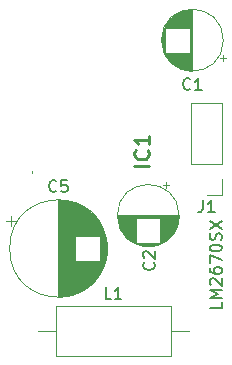
<source format=gbr>
%TF.GenerationSoftware,KiCad,Pcbnew,7.0.1*%
%TF.CreationDate,2023-05-04T15:38:18-07:00*%
%TF.ProjectId,LM2670SX-Carrier,4c4d3236-3730-4535-982d-436172726965,rev?*%
%TF.SameCoordinates,Original*%
%TF.FileFunction,Legend,Top*%
%TF.FilePolarity,Positive*%
%FSLAX46Y46*%
G04 Gerber Fmt 4.6, Leading zero omitted, Abs format (unit mm)*
G04 Created by KiCad (PCBNEW 7.0.1) date 2023-05-04 15:38:18*
%MOMM*%
%LPD*%
G01*
G04 APERTURE LIST*
%ADD10C,0.150000*%
%ADD11C,0.254000*%
%ADD12C,0.120000*%
%ADD13C,0.100000*%
G04 APERTURE END LIST*
D10*
X190003930Y-111860655D02*
X190003930Y-112336845D01*
X190003930Y-112336845D02*
X189003930Y-112336845D01*
X190003930Y-111527321D02*
X189003930Y-111527321D01*
X189003930Y-111527321D02*
X189718215Y-111193988D01*
X189718215Y-111193988D02*
X189003930Y-110860655D01*
X189003930Y-110860655D02*
X190003930Y-110860655D01*
X189099168Y-110432083D02*
X189051549Y-110384464D01*
X189051549Y-110384464D02*
X189003930Y-110289226D01*
X189003930Y-110289226D02*
X189003930Y-110051131D01*
X189003930Y-110051131D02*
X189051549Y-109955893D01*
X189051549Y-109955893D02*
X189099168Y-109908274D01*
X189099168Y-109908274D02*
X189194406Y-109860655D01*
X189194406Y-109860655D02*
X189289644Y-109860655D01*
X189289644Y-109860655D02*
X189432501Y-109908274D01*
X189432501Y-109908274D02*
X190003930Y-110479702D01*
X190003930Y-110479702D02*
X190003930Y-109860655D01*
X189003930Y-109003512D02*
X189003930Y-109193988D01*
X189003930Y-109193988D02*
X189051549Y-109289226D01*
X189051549Y-109289226D02*
X189099168Y-109336845D01*
X189099168Y-109336845D02*
X189242025Y-109432083D01*
X189242025Y-109432083D02*
X189432501Y-109479702D01*
X189432501Y-109479702D02*
X189813453Y-109479702D01*
X189813453Y-109479702D02*
X189908691Y-109432083D01*
X189908691Y-109432083D02*
X189956311Y-109384464D01*
X189956311Y-109384464D02*
X190003930Y-109289226D01*
X190003930Y-109289226D02*
X190003930Y-109098750D01*
X190003930Y-109098750D02*
X189956311Y-109003512D01*
X189956311Y-109003512D02*
X189908691Y-108955893D01*
X189908691Y-108955893D02*
X189813453Y-108908274D01*
X189813453Y-108908274D02*
X189575358Y-108908274D01*
X189575358Y-108908274D02*
X189480120Y-108955893D01*
X189480120Y-108955893D02*
X189432501Y-109003512D01*
X189432501Y-109003512D02*
X189384882Y-109098750D01*
X189384882Y-109098750D02*
X189384882Y-109289226D01*
X189384882Y-109289226D02*
X189432501Y-109384464D01*
X189432501Y-109384464D02*
X189480120Y-109432083D01*
X189480120Y-109432083D02*
X189575358Y-109479702D01*
X189003930Y-108574940D02*
X189003930Y-107908274D01*
X189003930Y-107908274D02*
X190003930Y-108336845D01*
X189003930Y-107336845D02*
X189003930Y-107241607D01*
X189003930Y-107241607D02*
X189051549Y-107146369D01*
X189051549Y-107146369D02*
X189099168Y-107098750D01*
X189099168Y-107098750D02*
X189194406Y-107051131D01*
X189194406Y-107051131D02*
X189384882Y-107003512D01*
X189384882Y-107003512D02*
X189622977Y-107003512D01*
X189622977Y-107003512D02*
X189813453Y-107051131D01*
X189813453Y-107051131D02*
X189908691Y-107098750D01*
X189908691Y-107098750D02*
X189956311Y-107146369D01*
X189956311Y-107146369D02*
X190003930Y-107241607D01*
X190003930Y-107241607D02*
X190003930Y-107336845D01*
X190003930Y-107336845D02*
X189956311Y-107432083D01*
X189956311Y-107432083D02*
X189908691Y-107479702D01*
X189908691Y-107479702D02*
X189813453Y-107527321D01*
X189813453Y-107527321D02*
X189622977Y-107574940D01*
X189622977Y-107574940D02*
X189384882Y-107574940D01*
X189384882Y-107574940D02*
X189194406Y-107527321D01*
X189194406Y-107527321D02*
X189099168Y-107479702D01*
X189099168Y-107479702D02*
X189051549Y-107432083D01*
X189051549Y-107432083D02*
X189003930Y-107336845D01*
X189956311Y-106622559D02*
X190003930Y-106479702D01*
X190003930Y-106479702D02*
X190003930Y-106241607D01*
X190003930Y-106241607D02*
X189956311Y-106146369D01*
X189956311Y-106146369D02*
X189908691Y-106098750D01*
X189908691Y-106098750D02*
X189813453Y-106051131D01*
X189813453Y-106051131D02*
X189718215Y-106051131D01*
X189718215Y-106051131D02*
X189622977Y-106098750D01*
X189622977Y-106098750D02*
X189575358Y-106146369D01*
X189575358Y-106146369D02*
X189527739Y-106241607D01*
X189527739Y-106241607D02*
X189480120Y-106432083D01*
X189480120Y-106432083D02*
X189432501Y-106527321D01*
X189432501Y-106527321D02*
X189384882Y-106574940D01*
X189384882Y-106574940D02*
X189289644Y-106622559D01*
X189289644Y-106622559D02*
X189194406Y-106622559D01*
X189194406Y-106622559D02*
X189099168Y-106574940D01*
X189099168Y-106574940D02*
X189051549Y-106527321D01*
X189051549Y-106527321D02*
X189003930Y-106432083D01*
X189003930Y-106432083D02*
X189003930Y-106193988D01*
X189003930Y-106193988D02*
X189051549Y-106051131D01*
X189003930Y-105717797D02*
X190003930Y-105051131D01*
X189003930Y-105051131D02*
X190003930Y-105717797D01*
%TO.C,J1*%
X188414366Y-103262819D02*
X188414366Y-103977104D01*
X188414366Y-103977104D02*
X188366747Y-104119961D01*
X188366747Y-104119961D02*
X188271509Y-104215200D01*
X188271509Y-104215200D02*
X188128652Y-104262819D01*
X188128652Y-104262819D02*
X188033414Y-104262819D01*
X189414366Y-104262819D02*
X188842938Y-104262819D01*
X189128652Y-104262819D02*
X189128652Y-103262819D01*
X189128652Y-103262819D02*
X189033414Y-103405676D01*
X189033414Y-103405676D02*
X188938176Y-103500914D01*
X188938176Y-103500914D02*
X188842938Y-103548533D01*
%TO.C,C2*%
X184263793Y-108522764D02*
X184311413Y-108570383D01*
X184311413Y-108570383D02*
X184359032Y-108713240D01*
X184359032Y-108713240D02*
X184359032Y-108808478D01*
X184359032Y-108808478D02*
X184311413Y-108951335D01*
X184311413Y-108951335D02*
X184216174Y-109046573D01*
X184216174Y-109046573D02*
X184120936Y-109094192D01*
X184120936Y-109094192D02*
X183930460Y-109141811D01*
X183930460Y-109141811D02*
X183787603Y-109141811D01*
X183787603Y-109141811D02*
X183597127Y-109094192D01*
X183597127Y-109094192D02*
X183501889Y-109046573D01*
X183501889Y-109046573D02*
X183406651Y-108951335D01*
X183406651Y-108951335D02*
X183359032Y-108808478D01*
X183359032Y-108808478D02*
X183359032Y-108713240D01*
X183359032Y-108713240D02*
X183406651Y-108570383D01*
X183406651Y-108570383D02*
X183454270Y-108522764D01*
X183454270Y-108141811D02*
X183406651Y-108094192D01*
X183406651Y-108094192D02*
X183359032Y-107998954D01*
X183359032Y-107998954D02*
X183359032Y-107760859D01*
X183359032Y-107760859D02*
X183406651Y-107665621D01*
X183406651Y-107665621D02*
X183454270Y-107618002D01*
X183454270Y-107618002D02*
X183549508Y-107570383D01*
X183549508Y-107570383D02*
X183644746Y-107570383D01*
X183644746Y-107570383D02*
X183787603Y-107618002D01*
X183787603Y-107618002D02*
X184359032Y-108189430D01*
X184359032Y-108189430D02*
X184359032Y-107570383D01*
%TO.C,C1*%
X187372278Y-93823064D02*
X187324659Y-93870684D01*
X187324659Y-93870684D02*
X187181802Y-93918303D01*
X187181802Y-93918303D02*
X187086564Y-93918303D01*
X187086564Y-93918303D02*
X186943707Y-93870684D01*
X186943707Y-93870684D02*
X186848469Y-93775445D01*
X186848469Y-93775445D02*
X186800850Y-93680207D01*
X186800850Y-93680207D02*
X186753231Y-93489731D01*
X186753231Y-93489731D02*
X186753231Y-93346874D01*
X186753231Y-93346874D02*
X186800850Y-93156398D01*
X186800850Y-93156398D02*
X186848469Y-93061160D01*
X186848469Y-93061160D02*
X186943707Y-92965922D01*
X186943707Y-92965922D02*
X187086564Y-92918303D01*
X187086564Y-92918303D02*
X187181802Y-92918303D01*
X187181802Y-92918303D02*
X187324659Y-92965922D01*
X187324659Y-92965922D02*
X187372278Y-93013541D01*
X188324659Y-93918303D02*
X187753231Y-93918303D01*
X188038945Y-93918303D02*
X188038945Y-92918303D01*
X188038945Y-92918303D02*
X187943707Y-93061160D01*
X187943707Y-93061160D02*
X187848469Y-93156398D01*
X187848469Y-93156398D02*
X187753231Y-93204017D01*
%TO.C,C5*%
X176020970Y-102453549D02*
X175973351Y-102501169D01*
X175973351Y-102501169D02*
X175830494Y-102548788D01*
X175830494Y-102548788D02*
X175735256Y-102548788D01*
X175735256Y-102548788D02*
X175592399Y-102501169D01*
X175592399Y-102501169D02*
X175497161Y-102405930D01*
X175497161Y-102405930D02*
X175449542Y-102310692D01*
X175449542Y-102310692D02*
X175401923Y-102120216D01*
X175401923Y-102120216D02*
X175401923Y-101977359D01*
X175401923Y-101977359D02*
X175449542Y-101786883D01*
X175449542Y-101786883D02*
X175497161Y-101691645D01*
X175497161Y-101691645D02*
X175592399Y-101596407D01*
X175592399Y-101596407D02*
X175735256Y-101548788D01*
X175735256Y-101548788D02*
X175830494Y-101548788D01*
X175830494Y-101548788D02*
X175973351Y-101596407D01*
X175973351Y-101596407D02*
X176020970Y-101644026D01*
X176925732Y-101548788D02*
X176449542Y-101548788D01*
X176449542Y-101548788D02*
X176401923Y-102024978D01*
X176401923Y-102024978D02*
X176449542Y-101977359D01*
X176449542Y-101977359D02*
X176544780Y-101929740D01*
X176544780Y-101929740D02*
X176782875Y-101929740D01*
X176782875Y-101929740D02*
X176878113Y-101977359D01*
X176878113Y-101977359D02*
X176925732Y-102024978D01*
X176925732Y-102024978D02*
X176973351Y-102120216D01*
X176973351Y-102120216D02*
X176973351Y-102358311D01*
X176973351Y-102358311D02*
X176925732Y-102453549D01*
X176925732Y-102453549D02*
X176878113Y-102501169D01*
X176878113Y-102501169D02*
X176782875Y-102548788D01*
X176782875Y-102548788D02*
X176544780Y-102548788D01*
X176544780Y-102548788D02*
X176449542Y-102501169D01*
X176449542Y-102501169D02*
X176401923Y-102453549D01*
%TO.C,L1*%
X180663267Y-111628195D02*
X180187077Y-111628195D01*
X180187077Y-111628195D02*
X180187077Y-110628195D01*
X181520410Y-111628195D02*
X180948982Y-111628195D01*
X181234696Y-111628195D02*
X181234696Y-110628195D01*
X181234696Y-110628195D02*
X181139458Y-110771052D01*
X181139458Y-110771052D02*
X181044220Y-110866290D01*
X181044220Y-110866290D02*
X180948982Y-110913909D01*
D11*
%TO.C,IC1*%
X183882329Y-100328745D02*
X182612329Y-100328745D01*
X183761376Y-98998268D02*
X183821853Y-99058744D01*
X183821853Y-99058744D02*
X183882329Y-99240173D01*
X183882329Y-99240173D02*
X183882329Y-99361125D01*
X183882329Y-99361125D02*
X183821853Y-99542554D01*
X183821853Y-99542554D02*
X183700900Y-99663506D01*
X183700900Y-99663506D02*
X183579948Y-99723983D01*
X183579948Y-99723983D02*
X183338043Y-99784459D01*
X183338043Y-99784459D02*
X183156614Y-99784459D01*
X183156614Y-99784459D02*
X182914710Y-99723983D01*
X182914710Y-99723983D02*
X182793757Y-99663506D01*
X182793757Y-99663506D02*
X182672805Y-99542554D01*
X182672805Y-99542554D02*
X182612329Y-99361125D01*
X182612329Y-99361125D02*
X182612329Y-99240173D01*
X182612329Y-99240173D02*
X182672805Y-99058744D01*
X182672805Y-99058744D02*
X182733281Y-98998268D01*
X183882329Y-97788744D02*
X183882329Y-98514459D01*
X183882329Y-98151602D02*
X182612329Y-98151602D01*
X182612329Y-98151602D02*
X182793757Y-98272554D01*
X182793757Y-98272554D02*
X182914710Y-98393506D01*
X182914710Y-98393506D02*
X182975186Y-98514459D01*
D12*
%TO.C,J1*%
X190077700Y-102800200D02*
X188747700Y-102800200D01*
X190077700Y-101470200D02*
X190077700Y-102800200D01*
X190077700Y-100200200D02*
X190077700Y-95060200D01*
X190077700Y-100200200D02*
X187417700Y-100200200D01*
X190077700Y-95060200D02*
X187417700Y-95060200D01*
X187417700Y-100200200D02*
X187417700Y-95060200D01*
%TO.C,C2*%
X185271514Y-101738280D02*
X185271514Y-102238280D01*
X185521514Y-101988280D02*
X185021514Y-101988280D01*
X186376514Y-104543055D02*
X181216514Y-104543055D01*
X186376514Y-104583055D02*
X181216514Y-104583055D01*
X186375514Y-104623055D02*
X181217514Y-104623055D01*
X186374514Y-104663055D02*
X181218514Y-104663055D01*
X186372514Y-104703055D02*
X181220514Y-104703055D01*
X186369514Y-104743055D02*
X181223514Y-104743055D01*
X186365514Y-104783055D02*
X184836514Y-104783055D01*
X182756514Y-104783055D02*
X181227514Y-104783055D01*
X186361514Y-104823055D02*
X184836514Y-104823055D01*
X182756514Y-104823055D02*
X181231514Y-104823055D01*
X186357514Y-104863055D02*
X184836514Y-104863055D01*
X182756514Y-104863055D02*
X181235514Y-104863055D01*
X186352514Y-104903055D02*
X184836514Y-104903055D01*
X182756514Y-104903055D02*
X181240514Y-104903055D01*
X186346514Y-104943055D02*
X184836514Y-104943055D01*
X182756514Y-104943055D02*
X181246514Y-104943055D01*
X186339514Y-104983055D02*
X184836514Y-104983055D01*
X182756514Y-104983055D02*
X181253514Y-104983055D01*
X186332514Y-105023055D02*
X184836514Y-105023055D01*
X182756514Y-105023055D02*
X181260514Y-105023055D01*
X186324514Y-105063055D02*
X184836514Y-105063055D01*
X182756514Y-105063055D02*
X181268514Y-105063055D01*
X186316514Y-105103055D02*
X184836514Y-105103055D01*
X182756514Y-105103055D02*
X181276514Y-105103055D01*
X186307514Y-105143055D02*
X184836514Y-105143055D01*
X182756514Y-105143055D02*
X181285514Y-105143055D01*
X186297514Y-105183055D02*
X184836514Y-105183055D01*
X182756514Y-105183055D02*
X181295514Y-105183055D01*
X186287514Y-105223055D02*
X184836514Y-105223055D01*
X182756514Y-105223055D02*
X181305514Y-105223055D01*
X186276514Y-105264055D02*
X184836514Y-105264055D01*
X182756514Y-105264055D02*
X181316514Y-105264055D01*
X186264514Y-105304055D02*
X184836514Y-105304055D01*
X182756514Y-105304055D02*
X181328514Y-105304055D01*
X186251514Y-105344055D02*
X184836514Y-105344055D01*
X182756514Y-105344055D02*
X181341514Y-105344055D01*
X186238514Y-105384055D02*
X184836514Y-105384055D01*
X182756514Y-105384055D02*
X181354514Y-105384055D01*
X186224514Y-105424055D02*
X184836514Y-105424055D01*
X182756514Y-105424055D02*
X181368514Y-105424055D01*
X186210514Y-105464055D02*
X184836514Y-105464055D01*
X182756514Y-105464055D02*
X181382514Y-105464055D01*
X186194514Y-105504055D02*
X184836514Y-105504055D01*
X182756514Y-105504055D02*
X181398514Y-105504055D01*
X186178514Y-105544055D02*
X184836514Y-105544055D01*
X182756514Y-105544055D02*
X181414514Y-105544055D01*
X186161514Y-105584055D02*
X184836514Y-105584055D01*
X182756514Y-105584055D02*
X181431514Y-105584055D01*
X186144514Y-105624055D02*
X184836514Y-105624055D01*
X182756514Y-105624055D02*
X181448514Y-105624055D01*
X186125514Y-105664055D02*
X184836514Y-105664055D01*
X182756514Y-105664055D02*
X181467514Y-105664055D01*
X186106514Y-105704055D02*
X184836514Y-105704055D01*
X182756514Y-105704055D02*
X181486514Y-105704055D01*
X186086514Y-105744055D02*
X184836514Y-105744055D01*
X182756514Y-105744055D02*
X181506514Y-105744055D01*
X186064514Y-105784055D02*
X184836514Y-105784055D01*
X182756514Y-105784055D02*
X181528514Y-105784055D01*
X186043514Y-105824055D02*
X184836514Y-105824055D01*
X182756514Y-105824055D02*
X181549514Y-105824055D01*
X186020514Y-105864055D02*
X184836514Y-105864055D01*
X182756514Y-105864055D02*
X181572514Y-105864055D01*
X185996514Y-105904055D02*
X184836514Y-105904055D01*
X182756514Y-105904055D02*
X181596514Y-105904055D01*
X185971514Y-105944055D02*
X184836514Y-105944055D01*
X182756514Y-105944055D02*
X181621514Y-105944055D01*
X185945514Y-105984055D02*
X184836514Y-105984055D01*
X182756514Y-105984055D02*
X181647514Y-105984055D01*
X185918514Y-106024055D02*
X184836514Y-106024055D01*
X182756514Y-106024055D02*
X181674514Y-106024055D01*
X185891514Y-106064055D02*
X184836514Y-106064055D01*
X182756514Y-106064055D02*
X181701514Y-106064055D01*
X185861514Y-106104055D02*
X184836514Y-106104055D01*
X182756514Y-106104055D02*
X181731514Y-106104055D01*
X185831514Y-106144055D02*
X184836514Y-106144055D01*
X182756514Y-106144055D02*
X181761514Y-106144055D01*
X185800514Y-106184055D02*
X184836514Y-106184055D01*
X182756514Y-106184055D02*
X181792514Y-106184055D01*
X185767514Y-106224055D02*
X184836514Y-106224055D01*
X182756514Y-106224055D02*
X181825514Y-106224055D01*
X185733514Y-106264055D02*
X184836514Y-106264055D01*
X182756514Y-106264055D02*
X181859514Y-106264055D01*
X185697514Y-106304055D02*
X184836514Y-106304055D01*
X182756514Y-106304055D02*
X181895514Y-106304055D01*
X185660514Y-106344055D02*
X184836514Y-106344055D01*
X182756514Y-106344055D02*
X181932514Y-106344055D01*
X185622514Y-106384055D02*
X184836514Y-106384055D01*
X182756514Y-106384055D02*
X181970514Y-106384055D01*
X185581514Y-106424055D02*
X184836514Y-106424055D01*
X182756514Y-106424055D02*
X182011514Y-106424055D01*
X185539514Y-106464055D02*
X184836514Y-106464055D01*
X182756514Y-106464055D02*
X182053514Y-106464055D01*
X185495514Y-106504055D02*
X184836514Y-106504055D01*
X182756514Y-106504055D02*
X182097514Y-106504055D01*
X185449514Y-106544055D02*
X184836514Y-106544055D01*
X182756514Y-106544055D02*
X182143514Y-106544055D01*
X185401514Y-106584055D02*
X184836514Y-106584055D01*
X182756514Y-106584055D02*
X182191514Y-106584055D01*
X185350514Y-106624055D02*
X184836514Y-106624055D01*
X182756514Y-106624055D02*
X182242514Y-106624055D01*
X185296514Y-106664055D02*
X184836514Y-106664055D01*
X182756514Y-106664055D02*
X182296514Y-106664055D01*
X185239514Y-106704055D02*
X184836514Y-106704055D01*
X182756514Y-106704055D02*
X182353514Y-106704055D01*
X185179514Y-106744055D02*
X184836514Y-106744055D01*
X182756514Y-106744055D02*
X182413514Y-106744055D01*
X185115514Y-106784055D02*
X184836514Y-106784055D01*
X182756514Y-106784055D02*
X182477514Y-106784055D01*
X185047514Y-106824055D02*
X184836514Y-106824055D01*
X182756514Y-106824055D02*
X182545514Y-106824055D01*
X184974514Y-106864055D02*
X182618514Y-106864055D01*
X184894514Y-106904055D02*
X182698514Y-106904055D01*
X184807514Y-106944055D02*
X182785514Y-106944055D01*
X184711514Y-106984055D02*
X182881514Y-106984055D01*
X184601514Y-107024055D02*
X182991514Y-107024055D01*
X184473514Y-107064055D02*
X183119514Y-107064055D01*
X184314514Y-107104055D02*
X183278514Y-107104055D01*
X184080514Y-107144055D02*
X183512514Y-107144055D01*
X186416514Y-104543055D02*
G75*
G03*
X186416514Y-104543055I-2620000J0D01*
G01*
%TO.C,C1*%
X190343720Y-91180684D02*
X189843720Y-91180684D01*
X190093720Y-91430684D02*
X190093720Y-90930684D01*
X187538945Y-92285684D02*
X187538945Y-87125684D01*
X187498945Y-92285684D02*
X187498945Y-87125684D01*
X187458945Y-92284684D02*
X187458945Y-87126684D01*
X187418945Y-92283684D02*
X187418945Y-87127684D01*
X187378945Y-92281684D02*
X187378945Y-87129684D01*
X187338945Y-92278684D02*
X187338945Y-87132684D01*
X187298945Y-92274684D02*
X187298945Y-90745684D01*
X187298945Y-88665684D02*
X187298945Y-87136684D01*
X187258945Y-92270684D02*
X187258945Y-90745684D01*
X187258945Y-88665684D02*
X187258945Y-87140684D01*
X187218945Y-92266684D02*
X187218945Y-90745684D01*
X187218945Y-88665684D02*
X187218945Y-87144684D01*
X187178945Y-92261684D02*
X187178945Y-90745684D01*
X187178945Y-88665684D02*
X187178945Y-87149684D01*
X187138945Y-92255684D02*
X187138945Y-90745684D01*
X187138945Y-88665684D02*
X187138945Y-87155684D01*
X187098945Y-92248684D02*
X187098945Y-90745684D01*
X187098945Y-88665684D02*
X187098945Y-87162684D01*
X187058945Y-92241684D02*
X187058945Y-90745684D01*
X187058945Y-88665684D02*
X187058945Y-87169684D01*
X187018945Y-92233684D02*
X187018945Y-90745684D01*
X187018945Y-88665684D02*
X187018945Y-87177684D01*
X186978945Y-92225684D02*
X186978945Y-90745684D01*
X186978945Y-88665684D02*
X186978945Y-87185684D01*
X186938945Y-92216684D02*
X186938945Y-90745684D01*
X186938945Y-88665684D02*
X186938945Y-87194684D01*
X186898945Y-92206684D02*
X186898945Y-90745684D01*
X186898945Y-88665684D02*
X186898945Y-87204684D01*
X186858945Y-92196684D02*
X186858945Y-90745684D01*
X186858945Y-88665684D02*
X186858945Y-87214684D01*
X186817945Y-92185684D02*
X186817945Y-90745684D01*
X186817945Y-88665684D02*
X186817945Y-87225684D01*
X186777945Y-92173684D02*
X186777945Y-90745684D01*
X186777945Y-88665684D02*
X186777945Y-87237684D01*
X186737945Y-92160684D02*
X186737945Y-90745684D01*
X186737945Y-88665684D02*
X186737945Y-87250684D01*
X186697945Y-92147684D02*
X186697945Y-90745684D01*
X186697945Y-88665684D02*
X186697945Y-87263684D01*
X186657945Y-92133684D02*
X186657945Y-90745684D01*
X186657945Y-88665684D02*
X186657945Y-87277684D01*
X186617945Y-92119684D02*
X186617945Y-90745684D01*
X186617945Y-88665684D02*
X186617945Y-87291684D01*
X186577945Y-92103684D02*
X186577945Y-90745684D01*
X186577945Y-88665684D02*
X186577945Y-87307684D01*
X186537945Y-92087684D02*
X186537945Y-90745684D01*
X186537945Y-88665684D02*
X186537945Y-87323684D01*
X186497945Y-92070684D02*
X186497945Y-90745684D01*
X186497945Y-88665684D02*
X186497945Y-87340684D01*
X186457945Y-92053684D02*
X186457945Y-90745684D01*
X186457945Y-88665684D02*
X186457945Y-87357684D01*
X186417945Y-92034684D02*
X186417945Y-90745684D01*
X186417945Y-88665684D02*
X186417945Y-87376684D01*
X186377945Y-92015684D02*
X186377945Y-90745684D01*
X186377945Y-88665684D02*
X186377945Y-87395684D01*
X186337945Y-91995684D02*
X186337945Y-90745684D01*
X186337945Y-88665684D02*
X186337945Y-87415684D01*
X186297945Y-91973684D02*
X186297945Y-90745684D01*
X186297945Y-88665684D02*
X186297945Y-87437684D01*
X186257945Y-91952684D02*
X186257945Y-90745684D01*
X186257945Y-88665684D02*
X186257945Y-87458684D01*
X186217945Y-91929684D02*
X186217945Y-90745684D01*
X186217945Y-88665684D02*
X186217945Y-87481684D01*
X186177945Y-91905684D02*
X186177945Y-90745684D01*
X186177945Y-88665684D02*
X186177945Y-87505684D01*
X186137945Y-91880684D02*
X186137945Y-90745684D01*
X186137945Y-88665684D02*
X186137945Y-87530684D01*
X186097945Y-91854684D02*
X186097945Y-90745684D01*
X186097945Y-88665684D02*
X186097945Y-87556684D01*
X186057945Y-91827684D02*
X186057945Y-90745684D01*
X186057945Y-88665684D02*
X186057945Y-87583684D01*
X186017945Y-91800684D02*
X186017945Y-90745684D01*
X186017945Y-88665684D02*
X186017945Y-87610684D01*
X185977945Y-91770684D02*
X185977945Y-90745684D01*
X185977945Y-88665684D02*
X185977945Y-87640684D01*
X185937945Y-91740684D02*
X185937945Y-90745684D01*
X185937945Y-88665684D02*
X185937945Y-87670684D01*
X185897945Y-91709684D02*
X185897945Y-90745684D01*
X185897945Y-88665684D02*
X185897945Y-87701684D01*
X185857945Y-91676684D02*
X185857945Y-90745684D01*
X185857945Y-88665684D02*
X185857945Y-87734684D01*
X185817945Y-91642684D02*
X185817945Y-90745684D01*
X185817945Y-88665684D02*
X185817945Y-87768684D01*
X185777945Y-91606684D02*
X185777945Y-90745684D01*
X185777945Y-88665684D02*
X185777945Y-87804684D01*
X185737945Y-91569684D02*
X185737945Y-90745684D01*
X185737945Y-88665684D02*
X185737945Y-87841684D01*
X185697945Y-91531684D02*
X185697945Y-90745684D01*
X185697945Y-88665684D02*
X185697945Y-87879684D01*
X185657945Y-91490684D02*
X185657945Y-90745684D01*
X185657945Y-88665684D02*
X185657945Y-87920684D01*
X185617945Y-91448684D02*
X185617945Y-90745684D01*
X185617945Y-88665684D02*
X185617945Y-87962684D01*
X185577945Y-91404684D02*
X185577945Y-90745684D01*
X185577945Y-88665684D02*
X185577945Y-88006684D01*
X185537945Y-91358684D02*
X185537945Y-90745684D01*
X185537945Y-88665684D02*
X185537945Y-88052684D01*
X185497945Y-91310684D02*
X185497945Y-90745684D01*
X185497945Y-88665684D02*
X185497945Y-88100684D01*
X185457945Y-91259684D02*
X185457945Y-90745684D01*
X185457945Y-88665684D02*
X185457945Y-88151684D01*
X185417945Y-91205684D02*
X185417945Y-90745684D01*
X185417945Y-88665684D02*
X185417945Y-88205684D01*
X185377945Y-91148684D02*
X185377945Y-90745684D01*
X185377945Y-88665684D02*
X185377945Y-88262684D01*
X185337945Y-91088684D02*
X185337945Y-90745684D01*
X185337945Y-88665684D02*
X185337945Y-88322684D01*
X185297945Y-91024684D02*
X185297945Y-90745684D01*
X185297945Y-88665684D02*
X185297945Y-88386684D01*
X185257945Y-90956684D02*
X185257945Y-90745684D01*
X185257945Y-88665684D02*
X185257945Y-88454684D01*
X185217945Y-90883684D02*
X185217945Y-88527684D01*
X185177945Y-90803684D02*
X185177945Y-88607684D01*
X185137945Y-90716684D02*
X185137945Y-88694684D01*
X185097945Y-90620684D02*
X185097945Y-88790684D01*
X185057945Y-90510684D02*
X185057945Y-88900684D01*
X185017945Y-90382684D02*
X185017945Y-89028684D01*
X184977945Y-90223684D02*
X184977945Y-89187684D01*
X184937945Y-89989684D02*
X184937945Y-89421684D01*
X190158945Y-89705684D02*
G75*
G03*
X190158945Y-89705684I-2620000J0D01*
G01*
%TO.C,C5*%
X171777939Y-105021169D02*
X172577939Y-105021169D01*
X172177939Y-104621169D02*
X172177939Y-105421169D01*
X176187637Y-103256169D02*
X176187637Y-111416169D01*
X176227637Y-103256169D02*
X176227637Y-111416169D01*
X176267637Y-103256169D02*
X176267637Y-111416169D01*
X176307637Y-103257169D02*
X176307637Y-111415169D01*
X176347637Y-103259169D02*
X176347637Y-111413169D01*
X176387637Y-103260169D02*
X176387637Y-111412169D01*
X176427637Y-103262169D02*
X176427637Y-111410169D01*
X176467637Y-103265169D02*
X176467637Y-111407169D01*
X176507637Y-103268169D02*
X176507637Y-111404169D01*
X176547637Y-103271169D02*
X176547637Y-111401169D01*
X176587637Y-103275169D02*
X176587637Y-111397169D01*
X176627637Y-103279169D02*
X176627637Y-111393169D01*
X176667637Y-103284169D02*
X176667637Y-111388169D01*
X176707637Y-103288169D02*
X176707637Y-111384169D01*
X176747637Y-103294169D02*
X176747637Y-111378169D01*
X176787637Y-103299169D02*
X176787637Y-111373169D01*
X176827637Y-103306169D02*
X176827637Y-111366169D01*
X176867637Y-103312169D02*
X176867637Y-111360169D01*
X176908637Y-103319169D02*
X176908637Y-111353169D01*
X176948637Y-103326169D02*
X176948637Y-111346169D01*
X176988637Y-103334169D02*
X176988637Y-111338169D01*
X177028637Y-103342169D02*
X177028637Y-111330169D01*
X177068637Y-103351169D02*
X177068637Y-111321169D01*
X177108637Y-103360169D02*
X177108637Y-111312169D01*
X177148637Y-103369169D02*
X177148637Y-111303169D01*
X177188637Y-103379169D02*
X177188637Y-111293169D01*
X177228637Y-103389169D02*
X177228637Y-111283169D01*
X177268637Y-103400169D02*
X177268637Y-111272169D01*
X177308637Y-103411169D02*
X177308637Y-111261169D01*
X177348637Y-103422169D02*
X177348637Y-111250169D01*
X177388637Y-103434169D02*
X177388637Y-111238169D01*
X177428637Y-103447169D02*
X177428637Y-111225169D01*
X177468637Y-103459169D02*
X177468637Y-111213169D01*
X177508637Y-103473169D02*
X177508637Y-111199169D01*
X177548637Y-103486169D02*
X177548637Y-111186169D01*
X177588637Y-103501169D02*
X177588637Y-111171169D01*
X177628637Y-103515169D02*
X177628637Y-111157169D01*
X177668637Y-103531169D02*
X177668637Y-106296169D01*
X177668637Y-108376169D02*
X177668637Y-111141169D01*
X177708637Y-103546169D02*
X177708637Y-106296169D01*
X177708637Y-108376169D02*
X177708637Y-111126169D01*
X177748637Y-103562169D02*
X177748637Y-106296169D01*
X177748637Y-108376169D02*
X177748637Y-111110169D01*
X177788637Y-103579169D02*
X177788637Y-106296169D01*
X177788637Y-108376169D02*
X177788637Y-111093169D01*
X177828637Y-103596169D02*
X177828637Y-106296169D01*
X177828637Y-108376169D02*
X177828637Y-111076169D01*
X177868637Y-103614169D02*
X177868637Y-106296169D01*
X177868637Y-108376169D02*
X177868637Y-111058169D01*
X177908637Y-103632169D02*
X177908637Y-106296169D01*
X177908637Y-108376169D02*
X177908637Y-111040169D01*
X177948637Y-103650169D02*
X177948637Y-106296169D01*
X177948637Y-108376169D02*
X177948637Y-111022169D01*
X177988637Y-103670169D02*
X177988637Y-106296169D01*
X177988637Y-108376169D02*
X177988637Y-111002169D01*
X178028637Y-103689169D02*
X178028637Y-106296169D01*
X178028637Y-108376169D02*
X178028637Y-110983169D01*
X178068637Y-103709169D02*
X178068637Y-106296169D01*
X178068637Y-108376169D02*
X178068637Y-110963169D01*
X178108637Y-103730169D02*
X178108637Y-106296169D01*
X178108637Y-108376169D02*
X178108637Y-110942169D01*
X178148637Y-103752169D02*
X178148637Y-106296169D01*
X178148637Y-108376169D02*
X178148637Y-110920169D01*
X178188637Y-103774169D02*
X178188637Y-106296169D01*
X178188637Y-108376169D02*
X178188637Y-110898169D01*
X178228637Y-103796169D02*
X178228637Y-106296169D01*
X178228637Y-108376169D02*
X178228637Y-110876169D01*
X178268637Y-103819169D02*
X178268637Y-106296169D01*
X178268637Y-108376169D02*
X178268637Y-110853169D01*
X178308637Y-103843169D02*
X178308637Y-106296169D01*
X178308637Y-108376169D02*
X178308637Y-110829169D01*
X178348637Y-103867169D02*
X178348637Y-106296169D01*
X178348637Y-108376169D02*
X178348637Y-110805169D01*
X178388637Y-103892169D02*
X178388637Y-106296169D01*
X178388637Y-108376169D02*
X178388637Y-110780169D01*
X178428637Y-103918169D02*
X178428637Y-106296169D01*
X178428637Y-108376169D02*
X178428637Y-110754169D01*
X178468637Y-103944169D02*
X178468637Y-106296169D01*
X178468637Y-108376169D02*
X178468637Y-110728169D01*
X178508637Y-103971169D02*
X178508637Y-106296169D01*
X178508637Y-108376169D02*
X178508637Y-110701169D01*
X178548637Y-103998169D02*
X178548637Y-106296169D01*
X178548637Y-108376169D02*
X178548637Y-110674169D01*
X178588637Y-104027169D02*
X178588637Y-106296169D01*
X178588637Y-108376169D02*
X178588637Y-110645169D01*
X178628637Y-104056169D02*
X178628637Y-106296169D01*
X178628637Y-108376169D02*
X178628637Y-110616169D01*
X178668637Y-104086169D02*
X178668637Y-106296169D01*
X178668637Y-108376169D02*
X178668637Y-110586169D01*
X178708637Y-104116169D02*
X178708637Y-106296169D01*
X178708637Y-108376169D02*
X178708637Y-110556169D01*
X178748637Y-104147169D02*
X178748637Y-106296169D01*
X178748637Y-108376169D02*
X178748637Y-110525169D01*
X178788637Y-104180169D02*
X178788637Y-106296169D01*
X178788637Y-108376169D02*
X178788637Y-110492169D01*
X178828637Y-104212169D02*
X178828637Y-106296169D01*
X178828637Y-108376169D02*
X178828637Y-110460169D01*
X178868637Y-104246169D02*
X178868637Y-106296169D01*
X178868637Y-108376169D02*
X178868637Y-110426169D01*
X178908637Y-104281169D02*
X178908637Y-106296169D01*
X178908637Y-108376169D02*
X178908637Y-110391169D01*
X178948637Y-104317169D02*
X178948637Y-106296169D01*
X178948637Y-108376169D02*
X178948637Y-110355169D01*
X178988637Y-104353169D02*
X178988637Y-106296169D01*
X178988637Y-108376169D02*
X178988637Y-110319169D01*
X179028637Y-104391169D02*
X179028637Y-106296169D01*
X179028637Y-108376169D02*
X179028637Y-110281169D01*
X179068637Y-104429169D02*
X179068637Y-106296169D01*
X179068637Y-108376169D02*
X179068637Y-110243169D01*
X179108637Y-104469169D02*
X179108637Y-106296169D01*
X179108637Y-108376169D02*
X179108637Y-110203169D01*
X179148637Y-104510169D02*
X179148637Y-106296169D01*
X179148637Y-108376169D02*
X179148637Y-110162169D01*
X179188637Y-104552169D02*
X179188637Y-106296169D01*
X179188637Y-108376169D02*
X179188637Y-110120169D01*
X179228637Y-104595169D02*
X179228637Y-106296169D01*
X179228637Y-108376169D02*
X179228637Y-110077169D01*
X179268637Y-104639169D02*
X179268637Y-106296169D01*
X179268637Y-108376169D02*
X179268637Y-110033169D01*
X179308637Y-104685169D02*
X179308637Y-106296169D01*
X179308637Y-108376169D02*
X179308637Y-109987169D01*
X179348637Y-104732169D02*
X179348637Y-106296169D01*
X179348637Y-108376169D02*
X179348637Y-109940169D01*
X179388637Y-104780169D02*
X179388637Y-106296169D01*
X179388637Y-108376169D02*
X179388637Y-109892169D01*
X179428637Y-104831169D02*
X179428637Y-106296169D01*
X179428637Y-108376169D02*
X179428637Y-109841169D01*
X179468637Y-104882169D02*
X179468637Y-106296169D01*
X179468637Y-108376169D02*
X179468637Y-109790169D01*
X179508637Y-104936169D02*
X179508637Y-106296169D01*
X179508637Y-108376169D02*
X179508637Y-109736169D01*
X179548637Y-104991169D02*
X179548637Y-106296169D01*
X179548637Y-108376169D02*
X179548637Y-109681169D01*
X179588637Y-105049169D02*
X179588637Y-106296169D01*
X179588637Y-108376169D02*
X179588637Y-109623169D01*
X179628637Y-105108169D02*
X179628637Y-106296169D01*
X179628637Y-108376169D02*
X179628637Y-109564169D01*
X179668637Y-105170169D02*
X179668637Y-106296169D01*
X179668637Y-108376169D02*
X179668637Y-109502169D01*
X179708637Y-105234169D02*
X179708637Y-106296169D01*
X179708637Y-108376169D02*
X179708637Y-109438169D01*
X179748637Y-105302169D02*
X179748637Y-109370169D01*
X179788637Y-105372169D02*
X179788637Y-109300169D01*
X179828637Y-105446169D02*
X179828637Y-109226169D01*
X179868637Y-105523169D02*
X179868637Y-109149169D01*
X179908637Y-105605169D02*
X179908637Y-109067169D01*
X179948637Y-105691169D02*
X179948637Y-108981169D01*
X179988637Y-105784169D02*
X179988637Y-108888169D01*
X180028637Y-105883169D02*
X180028637Y-108789169D01*
X180068637Y-105990169D02*
X180068637Y-108682169D01*
X180108637Y-106107169D02*
X180108637Y-108565169D01*
X180148637Y-106238169D02*
X180148637Y-108434169D01*
X180188637Y-106388169D02*
X180188637Y-108284169D01*
X180228637Y-106568169D02*
X180228637Y-108104169D01*
X180268637Y-106803169D02*
X180268637Y-107869169D01*
X180307637Y-107336169D02*
G75*
G03*
X180307637Y-107336169I-4120000J0D01*
G01*
%TO.C,L1*%
X174449934Y-114285576D02*
X175959934Y-114285576D01*
X175959934Y-112165576D02*
X175959934Y-116405576D01*
X175959934Y-116405576D02*
X185699934Y-116405576D01*
X185699934Y-112165576D02*
X175959934Y-112165576D01*
X185699934Y-116405576D02*
X185699934Y-112165576D01*
X187209934Y-114285576D02*
X185699934Y-114285576D01*
D13*
%TO.C,IC1*%
X173990000Y-100840000D02*
X173990000Y-100840000D01*
X173990000Y-100940000D02*
X173990000Y-100940000D01*
X173990000Y-100940000D02*
G75*
G03*
X173990000Y-100840000I0J50000D01*
G01*
X173990000Y-100840000D02*
G75*
G03*
X173990000Y-100940000I0J-50000D01*
G01*
%TD*%
M02*

</source>
